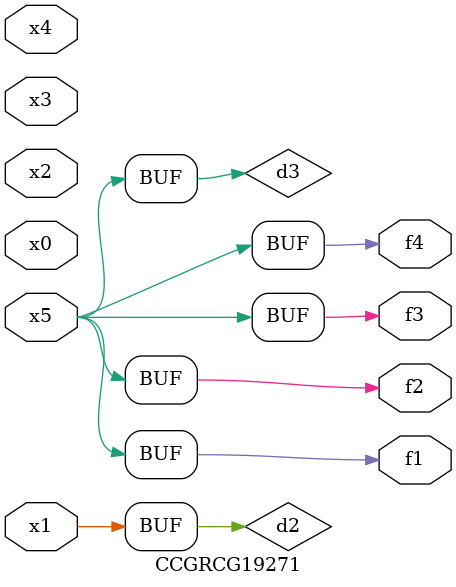
<source format=v>
module CCGRCG19271(
	input x0, x1, x2, x3, x4, x5,
	output f1, f2, f3, f4
);

	wire d1, d2, d3;

	not (d1, x5);
	or (d2, x1);
	xnor (d3, d1);
	assign f1 = d3;
	assign f2 = d3;
	assign f3 = d3;
	assign f4 = d3;
endmodule

</source>
